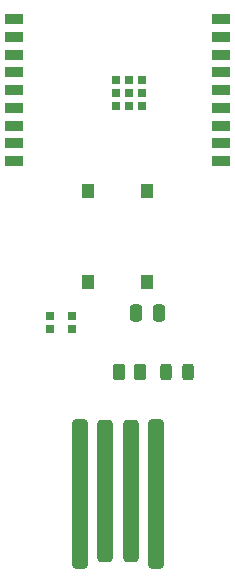
<source format=gbr>
%TF.GenerationSoftware,KiCad,Pcbnew,8.0.4*%
%TF.CreationDate,2024-09-01T23:06:17-05:00*%
%TF.ProjectId,Quick Hack,51756963-6b20-4486-9163-6b2e6b696361,rev?*%
%TF.SameCoordinates,Original*%
%TF.FileFunction,Paste,Top*%
%TF.FilePolarity,Positive*%
%FSLAX46Y46*%
G04 Gerber Fmt 4.6, Leading zero omitted, Abs format (unit mm)*
G04 Created by KiCad (PCBNEW 8.0.4) date 2024-09-01 23:06:17*
%MOMM*%
%LPD*%
G01*
G04 APERTURE LIST*
G04 Aperture macros list*
%AMRoundRect*
0 Rectangle with rounded corners*
0 $1 Rounding radius*
0 $2 $3 $4 $5 $6 $7 $8 $9 X,Y pos of 4 corners*
0 Add a 4 corners polygon primitive as box body*
4,1,4,$2,$3,$4,$5,$6,$7,$8,$9,$2,$3,0*
0 Add four circle primitives for the rounded corners*
1,1,$1+$1,$2,$3*
1,1,$1+$1,$4,$5*
1,1,$1+$1,$6,$7*
1,1,$1+$1,$8,$9*
0 Add four rect primitives between the rounded corners*
20,1,$1+$1,$2,$3,$4,$5,0*
20,1,$1+$1,$4,$5,$6,$7,0*
20,1,$1+$1,$6,$7,$8,$9,0*
20,1,$1+$1,$8,$9,$2,$3,0*%
G04 Aperture macros list end*
%ADD10R,0.700000X0.700000*%
%ADD11R,1.000000X1.250000*%
%ADD12RoundRect,0.325000X-0.325000X-6.025000X0.325000X-6.025000X0.325000X6.025000X-0.325000X6.025000X0*%
%ADD13RoundRect,0.325000X-0.325000X-5.725000X0.325000X-5.725000X0.325000X5.725000X-0.325000X5.725000X0*%
%ADD14RoundRect,0.250000X-0.262500X-0.450000X0.262500X-0.450000X0.262500X0.450000X-0.262500X0.450000X0*%
%ADD15R,1.500000X0.900000*%
%ADD16RoundRect,0.243750X0.243750X0.456250X-0.243750X0.456250X-0.243750X-0.456250X0.243750X-0.456250X0*%
%ADD17RoundRect,0.250000X0.250000X0.475000X-0.250000X0.475000X-0.250000X-0.475000X0.250000X-0.475000X0*%
G04 APERTURE END LIST*
D10*
%TO.C,D1*%
X127915000Y-81550000D03*
X127915000Y-80450000D03*
X126085000Y-80450000D03*
X126085000Y-81550000D03*
%TD*%
D11*
%TO.C,SW1*%
X129300000Y-69825000D03*
X129300000Y-77575000D03*
%TD*%
%TO.C,SW2*%
X134300000Y-69825000D03*
X134300000Y-77575000D03*
%TD*%
D12*
%TO.C,J1*%
X135040000Y-95500000D03*
D13*
X132880000Y-95200000D03*
X130720000Y-95200000D03*
D12*
X128560000Y-95500000D03*
%TD*%
D14*
%TO.C,R2*%
X131887500Y-85200000D03*
X133712500Y-85200000D03*
%TD*%
D15*
%TO.C,U2*%
X123050000Y-55300000D03*
X123050000Y-56800000D03*
X123050000Y-58300000D03*
X123050000Y-59800000D03*
X123050000Y-61300000D03*
X123050000Y-62800000D03*
X123050000Y-64300000D03*
X123050000Y-65800000D03*
X123050000Y-67300000D03*
X140550000Y-67300000D03*
X140550000Y-65800000D03*
X140550000Y-64300000D03*
X140550000Y-62800000D03*
X140550000Y-61300000D03*
X140550000Y-59800000D03*
X140550000Y-58300000D03*
X140550000Y-56800000D03*
X140550000Y-55300000D03*
D10*
X131660000Y-60400000D03*
X131660000Y-61500000D03*
X131660000Y-62600000D03*
X132710000Y-60400000D03*
X132710000Y-61500000D03*
X132710000Y-62600000D03*
X133860000Y-60400000D03*
X133860000Y-61500000D03*
X133860000Y-62600000D03*
%TD*%
D16*
%TO.C,D2*%
X137737500Y-85200000D03*
X135862500Y-85200000D03*
%TD*%
D17*
%TO.C,C7*%
X135250000Y-80200000D03*
X133350000Y-80200000D03*
%TD*%
M02*

</source>
